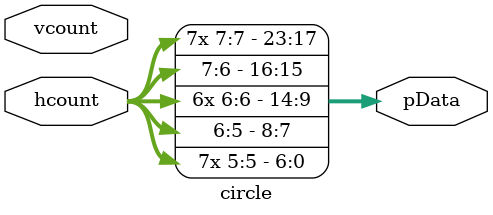
<source format=v>
`timescale 1ns / 1ps

`define DISTSQ(x1, x2, y1, y2) \
                        ((x2 - x1)*(x2 - x1) + (y2 - y1)*(y2 - y1))

`define INSIDERADIUS(x1, x2, y1, y2, r) \
                        ((r*r) > `DISTSQ(x1, x2, y1, y2))

module circle(
        hcount,
        vcount,
        pData
    );

input [10:0] hcount;
input [10:0] vcount;
output [23:0] pData;

assign pData =  {{8{hcount[7]}}, {8{hcount[6]}}, {8{hcount[5]}}};


endmodule

</source>
